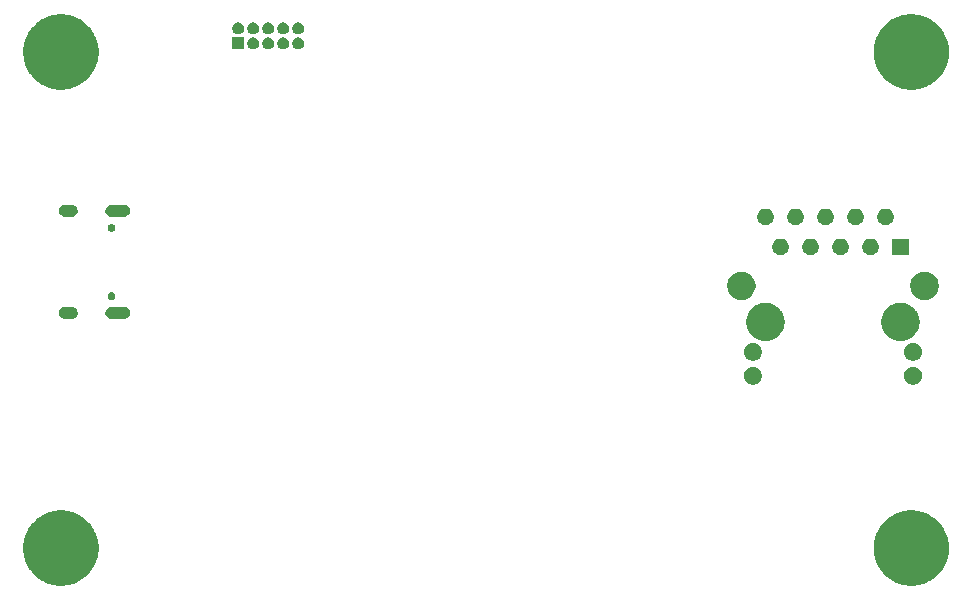
<source format=gbs>
%TF.GenerationSoftware,KiCad,Pcbnew,9.0.4*%
%TF.CreationDate,2025-11-15T14:23:56+05:30*%
%TF.ProjectId,High Speed Ethernet Interface,48696768-2053-4706-9565-642045746865,rev?*%
%TF.SameCoordinates,Original*%
%TF.FileFunction,Soldermask,Bot*%
%TF.FilePolarity,Negative*%
%FSLAX46Y46*%
G04 Gerber Fmt 4.6, Leading zero omitted, Abs format (unit mm)*
G04 Created by KiCad (PCBNEW 9.0.4) date 2025-11-15 14:23:56*
%MOMM*%
%LPD*%
G01*
G04 APERTURE LIST*
G04 APERTURE END LIST*
G36*
X104168378Y-92305034D02*
G01*
X104179425Y-92305034D01*
X104256124Y-92313675D01*
X104469530Y-92334694D01*
X104504633Y-92341676D01*
X104536020Y-92345213D01*
X104628305Y-92366276D01*
X104777518Y-92395957D01*
X104835790Y-92413633D01*
X104885874Y-92425065D01*
X104966648Y-92453329D01*
X105078026Y-92487115D01*
X105158684Y-92520524D01*
X105224587Y-92543585D01*
X105287493Y-92573879D01*
X105368154Y-92607290D01*
X105470799Y-92662155D01*
X105547900Y-92699285D01*
X105591397Y-92726616D01*
X105645091Y-92755316D01*
X105771551Y-92839814D01*
X105851748Y-92890205D01*
X105876458Y-92909911D01*
X105906202Y-92929785D01*
X106071925Y-93065791D01*
X106132309Y-93113945D01*
X106140122Y-93121758D01*
X106148945Y-93128999D01*
X106371000Y-93351054D01*
X106378240Y-93359876D01*
X106386055Y-93367691D01*
X106434215Y-93428081D01*
X106570214Y-93593797D01*
X106590086Y-93623538D01*
X106609795Y-93648252D01*
X106660191Y-93728457D01*
X106744683Y-93854908D01*
X106773380Y-93908597D01*
X106800715Y-93952100D01*
X106837849Y-94029209D01*
X106892709Y-94131845D01*
X106926116Y-94212497D01*
X106956415Y-94275413D01*
X106979478Y-94341324D01*
X107012884Y-94421973D01*
X107046665Y-94533336D01*
X107074935Y-94614126D01*
X107086368Y-94664218D01*
X107104042Y-94722481D01*
X107133717Y-94871666D01*
X107154787Y-94963980D01*
X107158324Y-94995375D01*
X107165305Y-95030469D01*
X107186321Y-95243855D01*
X107194966Y-95320575D01*
X107194966Y-95331622D01*
X107196085Y-95342984D01*
X107196085Y-95657015D01*
X107194966Y-95668376D01*
X107194966Y-95679425D01*
X107186320Y-95756151D01*
X107165305Y-95969530D01*
X107158324Y-96004621D01*
X107154787Y-96036020D01*
X107133715Y-96128340D01*
X107104042Y-96277518D01*
X107086369Y-96335777D01*
X107074935Y-96385874D01*
X107046663Y-96466670D01*
X107012884Y-96578026D01*
X106979480Y-96658669D01*
X106956415Y-96724587D01*
X106926113Y-96787508D01*
X106892709Y-96868154D01*
X106837853Y-96970780D01*
X106800715Y-97047900D01*
X106773377Y-97091407D01*
X106744683Y-97145091D01*
X106660201Y-97271526D01*
X106609795Y-97351748D01*
X106590082Y-97376466D01*
X106570214Y-97406202D01*
X106434243Y-97571882D01*
X106386055Y-97632309D01*
X106378235Y-97640128D01*
X106371000Y-97648945D01*
X106148945Y-97871000D01*
X106140128Y-97878235D01*
X106132309Y-97886055D01*
X106071882Y-97934243D01*
X105906202Y-98070214D01*
X105876466Y-98090082D01*
X105851748Y-98109795D01*
X105771526Y-98160201D01*
X105645091Y-98244683D01*
X105591407Y-98273377D01*
X105547900Y-98300715D01*
X105470780Y-98337853D01*
X105368154Y-98392709D01*
X105287508Y-98426113D01*
X105224587Y-98456415D01*
X105158669Y-98479480D01*
X105078026Y-98512884D01*
X104966670Y-98546663D01*
X104885874Y-98574935D01*
X104835777Y-98586369D01*
X104777518Y-98604042D01*
X104628340Y-98633715D01*
X104536020Y-98654787D01*
X104504621Y-98658324D01*
X104469530Y-98665305D01*
X104256146Y-98686321D01*
X104179425Y-98694966D01*
X104168377Y-98694966D01*
X104157016Y-98696085D01*
X103842984Y-98696085D01*
X103831623Y-98694966D01*
X103820575Y-98694966D01*
X103743855Y-98686321D01*
X103530469Y-98665305D01*
X103495375Y-98658324D01*
X103463980Y-98654787D01*
X103371666Y-98633717D01*
X103222481Y-98604042D01*
X103164218Y-98586368D01*
X103114126Y-98574935D01*
X103033336Y-98546665D01*
X102921973Y-98512884D01*
X102841324Y-98479478D01*
X102775413Y-98456415D01*
X102712497Y-98426116D01*
X102631845Y-98392709D01*
X102529209Y-98337849D01*
X102452100Y-98300715D01*
X102408597Y-98273380D01*
X102354908Y-98244683D01*
X102228457Y-98160191D01*
X102148252Y-98109795D01*
X102123538Y-98090086D01*
X102093797Y-98070214D01*
X101928081Y-97934215D01*
X101867691Y-97886055D01*
X101859876Y-97878240D01*
X101851054Y-97871000D01*
X101628999Y-97648945D01*
X101621758Y-97640122D01*
X101613945Y-97632309D01*
X101565791Y-97571925D01*
X101429785Y-97406202D01*
X101409911Y-97376458D01*
X101390205Y-97351748D01*
X101339814Y-97271551D01*
X101255316Y-97145091D01*
X101226616Y-97091397D01*
X101199285Y-97047900D01*
X101162155Y-96970799D01*
X101107290Y-96868154D01*
X101073879Y-96787493D01*
X101043585Y-96724587D01*
X101020524Y-96658684D01*
X100987115Y-96578026D01*
X100953329Y-96466648D01*
X100925065Y-96385874D01*
X100913633Y-96335790D01*
X100895957Y-96277518D01*
X100866276Y-96128305D01*
X100845213Y-96036020D01*
X100841676Y-96004633D01*
X100834694Y-95969530D01*
X100813676Y-95756128D01*
X100805034Y-95679425D01*
X100805034Y-95668376D01*
X100803915Y-95657015D01*
X100803915Y-95342984D01*
X100805034Y-95331622D01*
X100805034Y-95320575D01*
X100813675Y-95243878D01*
X100834694Y-95030469D01*
X100841676Y-94995364D01*
X100845213Y-94963980D01*
X100866275Y-94871700D01*
X100895957Y-94722481D01*
X100913634Y-94664205D01*
X100925065Y-94614126D01*
X100953326Y-94533357D01*
X100987115Y-94421973D01*
X101020527Y-94341308D01*
X101043585Y-94275413D01*
X101073876Y-94212512D01*
X101107290Y-94131845D01*
X101162160Y-94029190D01*
X101199285Y-93952100D01*
X101226612Y-93908608D01*
X101255316Y-93854908D01*
X101339824Y-93728432D01*
X101390205Y-93648252D01*
X101409907Y-93623546D01*
X101429785Y-93593797D01*
X101565819Y-93428038D01*
X101613945Y-93367691D01*
X101621754Y-93359881D01*
X101628999Y-93351054D01*
X101851054Y-93128999D01*
X101859881Y-93121754D01*
X101867691Y-93113945D01*
X101928038Y-93065819D01*
X102093797Y-92929785D01*
X102123546Y-92909907D01*
X102148252Y-92890205D01*
X102228432Y-92839824D01*
X102354908Y-92755316D01*
X102408608Y-92726612D01*
X102452100Y-92699285D01*
X102529190Y-92662160D01*
X102631845Y-92607290D01*
X102712512Y-92573876D01*
X102775413Y-92543585D01*
X102841308Y-92520527D01*
X102921973Y-92487115D01*
X103033357Y-92453326D01*
X103114126Y-92425065D01*
X103164205Y-92413634D01*
X103222481Y-92395957D01*
X103371700Y-92366275D01*
X103463980Y-92345213D01*
X103495364Y-92341676D01*
X103530469Y-92334694D01*
X103743878Y-92313675D01*
X103820575Y-92305034D01*
X103831622Y-92305034D01*
X103842984Y-92303915D01*
X104157016Y-92303915D01*
X104168378Y-92305034D01*
G37*
G36*
X176168378Y-92305034D02*
G01*
X176179425Y-92305034D01*
X176256124Y-92313675D01*
X176469530Y-92334694D01*
X176504633Y-92341676D01*
X176536020Y-92345213D01*
X176628305Y-92366276D01*
X176777518Y-92395957D01*
X176835790Y-92413633D01*
X176885874Y-92425065D01*
X176966648Y-92453329D01*
X177078026Y-92487115D01*
X177158684Y-92520524D01*
X177224587Y-92543585D01*
X177287493Y-92573879D01*
X177368154Y-92607290D01*
X177470799Y-92662155D01*
X177547900Y-92699285D01*
X177591397Y-92726616D01*
X177645091Y-92755316D01*
X177771551Y-92839814D01*
X177851748Y-92890205D01*
X177876458Y-92909911D01*
X177906202Y-92929785D01*
X178071925Y-93065791D01*
X178132309Y-93113945D01*
X178140122Y-93121758D01*
X178148945Y-93128999D01*
X178371000Y-93351054D01*
X178378240Y-93359876D01*
X178386055Y-93367691D01*
X178434215Y-93428081D01*
X178570214Y-93593797D01*
X178590086Y-93623538D01*
X178609795Y-93648252D01*
X178660191Y-93728457D01*
X178744683Y-93854908D01*
X178773380Y-93908597D01*
X178800715Y-93952100D01*
X178837849Y-94029209D01*
X178892709Y-94131845D01*
X178926116Y-94212497D01*
X178956415Y-94275413D01*
X178979478Y-94341324D01*
X179012884Y-94421973D01*
X179046665Y-94533336D01*
X179074935Y-94614126D01*
X179086368Y-94664218D01*
X179104042Y-94722481D01*
X179133717Y-94871666D01*
X179154787Y-94963980D01*
X179158324Y-94995375D01*
X179165305Y-95030469D01*
X179186321Y-95243855D01*
X179194966Y-95320575D01*
X179194966Y-95331622D01*
X179196085Y-95342984D01*
X179196085Y-95657015D01*
X179194966Y-95668376D01*
X179194966Y-95679425D01*
X179186320Y-95756151D01*
X179165305Y-95969530D01*
X179158324Y-96004621D01*
X179154787Y-96036020D01*
X179133715Y-96128340D01*
X179104042Y-96277518D01*
X179086369Y-96335777D01*
X179074935Y-96385874D01*
X179046663Y-96466670D01*
X179012884Y-96578026D01*
X178979480Y-96658669D01*
X178956415Y-96724587D01*
X178926113Y-96787508D01*
X178892709Y-96868154D01*
X178837853Y-96970780D01*
X178800715Y-97047900D01*
X178773377Y-97091407D01*
X178744683Y-97145091D01*
X178660201Y-97271526D01*
X178609795Y-97351748D01*
X178590082Y-97376466D01*
X178570214Y-97406202D01*
X178434243Y-97571882D01*
X178386055Y-97632309D01*
X178378235Y-97640128D01*
X178371000Y-97648945D01*
X178148945Y-97871000D01*
X178140128Y-97878235D01*
X178132309Y-97886055D01*
X178071882Y-97934243D01*
X177906202Y-98070214D01*
X177876466Y-98090082D01*
X177851748Y-98109795D01*
X177771526Y-98160201D01*
X177645091Y-98244683D01*
X177591407Y-98273377D01*
X177547900Y-98300715D01*
X177470780Y-98337853D01*
X177368154Y-98392709D01*
X177287508Y-98426113D01*
X177224587Y-98456415D01*
X177158669Y-98479480D01*
X177078026Y-98512884D01*
X176966670Y-98546663D01*
X176885874Y-98574935D01*
X176835777Y-98586369D01*
X176777518Y-98604042D01*
X176628340Y-98633715D01*
X176536020Y-98654787D01*
X176504621Y-98658324D01*
X176469530Y-98665305D01*
X176256146Y-98686321D01*
X176179425Y-98694966D01*
X176168377Y-98694966D01*
X176157016Y-98696085D01*
X175842984Y-98696085D01*
X175831623Y-98694966D01*
X175820575Y-98694966D01*
X175743855Y-98686321D01*
X175530469Y-98665305D01*
X175495375Y-98658324D01*
X175463980Y-98654787D01*
X175371666Y-98633717D01*
X175222481Y-98604042D01*
X175164218Y-98586368D01*
X175114126Y-98574935D01*
X175033336Y-98546665D01*
X174921973Y-98512884D01*
X174841324Y-98479478D01*
X174775413Y-98456415D01*
X174712497Y-98426116D01*
X174631845Y-98392709D01*
X174529209Y-98337849D01*
X174452100Y-98300715D01*
X174408597Y-98273380D01*
X174354908Y-98244683D01*
X174228457Y-98160191D01*
X174148252Y-98109795D01*
X174123538Y-98090086D01*
X174093797Y-98070214D01*
X173928081Y-97934215D01*
X173867691Y-97886055D01*
X173859876Y-97878240D01*
X173851054Y-97871000D01*
X173628999Y-97648945D01*
X173621758Y-97640122D01*
X173613945Y-97632309D01*
X173565791Y-97571925D01*
X173429785Y-97406202D01*
X173409911Y-97376458D01*
X173390205Y-97351748D01*
X173339814Y-97271551D01*
X173255316Y-97145091D01*
X173226616Y-97091397D01*
X173199285Y-97047900D01*
X173162155Y-96970799D01*
X173107290Y-96868154D01*
X173073879Y-96787493D01*
X173043585Y-96724587D01*
X173020524Y-96658684D01*
X172987115Y-96578026D01*
X172953329Y-96466648D01*
X172925065Y-96385874D01*
X172913633Y-96335790D01*
X172895957Y-96277518D01*
X172866276Y-96128305D01*
X172845213Y-96036020D01*
X172841676Y-96004633D01*
X172834694Y-95969530D01*
X172813676Y-95756128D01*
X172805034Y-95679425D01*
X172805034Y-95668376D01*
X172803915Y-95657015D01*
X172803915Y-95342984D01*
X172805034Y-95331622D01*
X172805034Y-95320575D01*
X172813675Y-95243878D01*
X172834694Y-95030469D01*
X172841676Y-94995364D01*
X172845213Y-94963980D01*
X172866275Y-94871700D01*
X172895957Y-94722481D01*
X172913634Y-94664205D01*
X172925065Y-94614126D01*
X172953326Y-94533357D01*
X172987115Y-94421973D01*
X173020527Y-94341308D01*
X173043585Y-94275413D01*
X173073876Y-94212512D01*
X173107290Y-94131845D01*
X173162160Y-94029190D01*
X173199285Y-93952100D01*
X173226612Y-93908608D01*
X173255316Y-93854908D01*
X173339824Y-93728432D01*
X173390205Y-93648252D01*
X173409907Y-93623546D01*
X173429785Y-93593797D01*
X173565819Y-93428038D01*
X173613945Y-93367691D01*
X173621754Y-93359881D01*
X173628999Y-93351054D01*
X173851054Y-93128999D01*
X173859881Y-93121754D01*
X173867691Y-93113945D01*
X173928038Y-93065819D01*
X174093797Y-92929785D01*
X174123546Y-92909907D01*
X174148252Y-92890205D01*
X174228432Y-92839824D01*
X174354908Y-92755316D01*
X174408608Y-92726612D01*
X174452100Y-92699285D01*
X174529190Y-92662160D01*
X174631845Y-92607290D01*
X174712512Y-92573876D01*
X174775413Y-92543585D01*
X174841308Y-92520527D01*
X174921973Y-92487115D01*
X175033357Y-92453326D01*
X175114126Y-92425065D01*
X175164205Y-92413634D01*
X175222481Y-92395957D01*
X175371700Y-92366275D01*
X175463980Y-92345213D01*
X175495364Y-92341676D01*
X175530469Y-92334694D01*
X175743878Y-92313675D01*
X175820575Y-92305034D01*
X175831622Y-92305034D01*
X175842984Y-92303915D01*
X176157016Y-92303915D01*
X176168378Y-92305034D01*
G37*
G36*
X162802068Y-80187941D02*
G01*
X162940619Y-80245330D01*
X163065311Y-80328647D01*
X163171353Y-80434689D01*
X163254670Y-80559381D01*
X163312059Y-80697932D01*
X163341316Y-80845017D01*
X163341316Y-80994983D01*
X163312059Y-81142068D01*
X163254670Y-81280619D01*
X163171353Y-81405311D01*
X163065311Y-81511353D01*
X162940619Y-81594670D01*
X162802068Y-81652059D01*
X162654983Y-81681316D01*
X162505017Y-81681316D01*
X162357932Y-81652059D01*
X162219381Y-81594670D01*
X162094689Y-81511353D01*
X161988647Y-81405311D01*
X161905330Y-81280619D01*
X161847941Y-81142068D01*
X161818684Y-80994983D01*
X161818684Y-80845017D01*
X161847941Y-80697932D01*
X161905330Y-80559381D01*
X161988647Y-80434689D01*
X162094689Y-80328647D01*
X162219381Y-80245330D01*
X162357932Y-80187941D01*
X162505017Y-80158684D01*
X162654983Y-80158684D01*
X162802068Y-80187941D01*
G37*
G36*
X176372068Y-80187941D02*
G01*
X176510619Y-80245330D01*
X176635311Y-80328647D01*
X176741353Y-80434689D01*
X176824670Y-80559381D01*
X176882059Y-80697932D01*
X176911316Y-80845017D01*
X176911316Y-80994983D01*
X176882059Y-81142068D01*
X176824670Y-81280619D01*
X176741353Y-81405311D01*
X176635311Y-81511353D01*
X176510619Y-81594670D01*
X176372068Y-81652059D01*
X176224983Y-81681316D01*
X176075017Y-81681316D01*
X175927932Y-81652059D01*
X175789381Y-81594670D01*
X175664689Y-81511353D01*
X175558647Y-81405311D01*
X175475330Y-81280619D01*
X175417941Y-81142068D01*
X175388684Y-80994983D01*
X175388684Y-80845017D01*
X175417941Y-80697932D01*
X175475330Y-80559381D01*
X175558647Y-80434689D01*
X175664689Y-80328647D01*
X175789381Y-80245330D01*
X175927932Y-80187941D01*
X176075017Y-80158684D01*
X176224983Y-80158684D01*
X176372068Y-80187941D01*
G37*
G36*
X162802068Y-78157941D02*
G01*
X162940619Y-78215330D01*
X163065311Y-78298647D01*
X163171353Y-78404689D01*
X163254670Y-78529381D01*
X163312059Y-78667932D01*
X163341316Y-78815017D01*
X163341316Y-78964983D01*
X163312059Y-79112068D01*
X163254670Y-79250619D01*
X163171353Y-79375311D01*
X163065311Y-79481353D01*
X162940619Y-79564670D01*
X162802068Y-79622059D01*
X162654983Y-79651316D01*
X162505017Y-79651316D01*
X162357932Y-79622059D01*
X162219381Y-79564670D01*
X162094689Y-79481353D01*
X161988647Y-79375311D01*
X161905330Y-79250619D01*
X161847941Y-79112068D01*
X161818684Y-78964983D01*
X161818684Y-78815017D01*
X161847941Y-78667932D01*
X161905330Y-78529381D01*
X161988647Y-78404689D01*
X162094689Y-78298647D01*
X162219381Y-78215330D01*
X162357932Y-78157941D01*
X162505017Y-78128684D01*
X162654983Y-78128684D01*
X162802068Y-78157941D01*
G37*
G36*
X176372068Y-78157941D02*
G01*
X176510619Y-78215330D01*
X176635311Y-78298647D01*
X176741353Y-78404689D01*
X176824670Y-78529381D01*
X176882059Y-78667932D01*
X176911316Y-78815017D01*
X176911316Y-78964983D01*
X176882059Y-79112068D01*
X176824670Y-79250619D01*
X176741353Y-79375311D01*
X176635311Y-79481353D01*
X176510619Y-79564670D01*
X176372068Y-79622059D01*
X176224983Y-79651316D01*
X176075017Y-79651316D01*
X175927932Y-79622059D01*
X175789381Y-79564670D01*
X175664689Y-79481353D01*
X175558647Y-79375311D01*
X175475330Y-79250619D01*
X175417941Y-79112068D01*
X175388684Y-78964983D01*
X175388684Y-78815017D01*
X175417941Y-78667932D01*
X175475330Y-78529381D01*
X175558647Y-78404689D01*
X175664689Y-78298647D01*
X175789381Y-78215330D01*
X175927932Y-78157941D01*
X176075017Y-78128684D01*
X176224983Y-78128684D01*
X176372068Y-78157941D01*
G37*
G36*
X163767084Y-74730009D02*
G01*
X163777496Y-74730009D01*
X163828779Y-74738131D01*
X163967000Y-74756329D01*
X164000724Y-74765365D01*
X164029349Y-74769899D01*
X164084393Y-74787784D01*
X164172303Y-74811339D01*
X164228395Y-74834573D01*
X164271861Y-74848696D01*
X164312579Y-74869443D01*
X164368676Y-74892679D01*
X164447513Y-74938195D01*
X164499060Y-74964460D01*
X164522492Y-74981484D01*
X164552740Y-74998948D01*
X164663364Y-75083834D01*
X164705353Y-75114340D01*
X164712714Y-75121701D01*
X164721362Y-75128337D01*
X164871662Y-75278637D01*
X164878297Y-75287284D01*
X164885660Y-75294647D01*
X164916170Y-75336640D01*
X165001051Y-75447259D01*
X165018513Y-75477504D01*
X165035540Y-75500940D01*
X165061807Y-75552492D01*
X165107320Y-75631323D01*
X165130553Y-75687414D01*
X165151304Y-75728139D01*
X165165428Y-75771610D01*
X165188660Y-75827696D01*
X165212211Y-75915593D01*
X165230101Y-75970651D01*
X165234635Y-75999282D01*
X165243670Y-76032999D01*
X165261866Y-76171209D01*
X165269991Y-76222504D01*
X165269991Y-76232916D01*
X165271414Y-76243725D01*
X165271414Y-76456274D01*
X165269991Y-76467082D01*
X165269991Y-76477496D01*
X165261865Y-76528795D01*
X165243670Y-76667000D01*
X165234636Y-76700714D01*
X165230101Y-76729349D01*
X165212210Y-76784410D01*
X165188660Y-76872303D01*
X165165430Y-76928384D01*
X165151304Y-76971861D01*
X165130551Y-77012590D01*
X165107320Y-77068676D01*
X165061811Y-77147498D01*
X165035540Y-77199060D01*
X165018510Y-77222499D01*
X165001051Y-77252740D01*
X164916183Y-77363340D01*
X164885660Y-77405353D01*
X164878294Y-77412718D01*
X164871662Y-77421362D01*
X164721362Y-77571662D01*
X164712718Y-77578294D01*
X164705353Y-77585660D01*
X164663340Y-77616183D01*
X164552740Y-77701051D01*
X164522499Y-77718510D01*
X164499060Y-77735540D01*
X164447498Y-77761811D01*
X164368676Y-77807320D01*
X164312590Y-77830551D01*
X164271861Y-77851304D01*
X164228384Y-77865430D01*
X164172303Y-77888660D01*
X164084410Y-77912210D01*
X164029349Y-77930101D01*
X164000714Y-77934636D01*
X163967000Y-77943670D01*
X163828791Y-77961866D01*
X163777496Y-77969991D01*
X163767083Y-77969991D01*
X163756275Y-77971414D01*
X163543725Y-77971414D01*
X163532917Y-77969991D01*
X163522504Y-77969991D01*
X163471209Y-77961866D01*
X163332999Y-77943670D01*
X163299282Y-77934635D01*
X163270651Y-77930101D01*
X163215593Y-77912211D01*
X163127696Y-77888660D01*
X163071610Y-77865428D01*
X163028139Y-77851304D01*
X162987414Y-77830553D01*
X162931323Y-77807320D01*
X162852492Y-77761807D01*
X162800940Y-77735540D01*
X162777504Y-77718513D01*
X162747259Y-77701051D01*
X162636640Y-77616170D01*
X162594647Y-77585660D01*
X162587284Y-77578297D01*
X162578637Y-77571662D01*
X162428337Y-77421362D01*
X162421701Y-77412714D01*
X162414340Y-77405353D01*
X162383834Y-77363364D01*
X162298948Y-77252740D01*
X162281484Y-77222492D01*
X162264460Y-77199060D01*
X162238195Y-77147513D01*
X162192679Y-77068676D01*
X162169443Y-77012579D01*
X162148696Y-76971861D01*
X162134573Y-76928395D01*
X162111339Y-76872303D01*
X162087784Y-76784393D01*
X162069899Y-76729349D01*
X162065365Y-76700724D01*
X162056329Y-76667000D01*
X162038132Y-76528782D01*
X162030009Y-76477496D01*
X162030009Y-76467082D01*
X162028586Y-76456274D01*
X162028586Y-76243725D01*
X162030009Y-76232916D01*
X162030009Y-76222504D01*
X162038131Y-76171222D01*
X162056329Y-76032999D01*
X162065365Y-75999273D01*
X162069899Y-75970651D01*
X162087782Y-75915611D01*
X162111339Y-75827696D01*
X162134574Y-75771599D01*
X162148696Y-75728139D01*
X162169440Y-75687424D01*
X162192679Y-75631323D01*
X162238199Y-75552478D01*
X162264460Y-75500940D01*
X162281481Y-75477511D01*
X162298948Y-75447259D01*
X162383847Y-75336616D01*
X162414340Y-75294647D01*
X162421698Y-75287288D01*
X162428337Y-75278637D01*
X162578637Y-75128337D01*
X162587288Y-75121698D01*
X162594647Y-75114340D01*
X162636616Y-75083847D01*
X162747259Y-74998948D01*
X162777511Y-74981481D01*
X162800940Y-74964460D01*
X162852478Y-74938199D01*
X162931323Y-74892679D01*
X162987424Y-74869440D01*
X163028139Y-74848696D01*
X163071599Y-74834574D01*
X163127696Y-74811339D01*
X163215611Y-74787782D01*
X163270651Y-74769899D01*
X163299273Y-74765365D01*
X163332999Y-74756329D01*
X163471222Y-74738131D01*
X163522504Y-74730009D01*
X163532916Y-74730009D01*
X163543725Y-74728586D01*
X163756275Y-74728586D01*
X163767084Y-74730009D01*
G37*
G36*
X175197084Y-74730009D02*
G01*
X175207496Y-74730009D01*
X175258779Y-74738131D01*
X175397000Y-74756329D01*
X175430724Y-74765365D01*
X175459349Y-74769899D01*
X175514393Y-74787784D01*
X175602303Y-74811339D01*
X175658395Y-74834573D01*
X175701861Y-74848696D01*
X175742579Y-74869443D01*
X175798676Y-74892679D01*
X175877513Y-74938195D01*
X175929060Y-74964460D01*
X175952492Y-74981484D01*
X175982740Y-74998948D01*
X176093364Y-75083834D01*
X176135353Y-75114340D01*
X176142714Y-75121701D01*
X176151362Y-75128337D01*
X176301662Y-75278637D01*
X176308297Y-75287284D01*
X176315660Y-75294647D01*
X176346170Y-75336640D01*
X176431051Y-75447259D01*
X176448513Y-75477504D01*
X176465540Y-75500940D01*
X176491807Y-75552492D01*
X176537320Y-75631323D01*
X176560553Y-75687414D01*
X176581304Y-75728139D01*
X176595428Y-75771610D01*
X176618660Y-75827696D01*
X176642211Y-75915593D01*
X176660101Y-75970651D01*
X176664635Y-75999282D01*
X176673670Y-76032999D01*
X176691866Y-76171209D01*
X176699991Y-76222504D01*
X176699991Y-76232916D01*
X176701414Y-76243725D01*
X176701414Y-76456274D01*
X176699991Y-76467082D01*
X176699991Y-76477496D01*
X176691865Y-76528795D01*
X176673670Y-76667000D01*
X176664636Y-76700714D01*
X176660101Y-76729349D01*
X176642210Y-76784410D01*
X176618660Y-76872303D01*
X176595430Y-76928384D01*
X176581304Y-76971861D01*
X176560551Y-77012590D01*
X176537320Y-77068676D01*
X176491811Y-77147498D01*
X176465540Y-77199060D01*
X176448510Y-77222499D01*
X176431051Y-77252740D01*
X176346183Y-77363340D01*
X176315660Y-77405353D01*
X176308294Y-77412718D01*
X176301662Y-77421362D01*
X176151362Y-77571662D01*
X176142718Y-77578294D01*
X176135353Y-77585660D01*
X176093340Y-77616183D01*
X175982740Y-77701051D01*
X175952499Y-77718510D01*
X175929060Y-77735540D01*
X175877498Y-77761811D01*
X175798676Y-77807320D01*
X175742590Y-77830551D01*
X175701861Y-77851304D01*
X175658384Y-77865430D01*
X175602303Y-77888660D01*
X175514410Y-77912210D01*
X175459349Y-77930101D01*
X175430714Y-77934636D01*
X175397000Y-77943670D01*
X175258791Y-77961866D01*
X175207496Y-77969991D01*
X175197083Y-77969991D01*
X175186275Y-77971414D01*
X174973725Y-77971414D01*
X174962917Y-77969991D01*
X174952504Y-77969991D01*
X174901209Y-77961866D01*
X174762999Y-77943670D01*
X174729282Y-77934635D01*
X174700651Y-77930101D01*
X174645593Y-77912211D01*
X174557696Y-77888660D01*
X174501610Y-77865428D01*
X174458139Y-77851304D01*
X174417414Y-77830553D01*
X174361323Y-77807320D01*
X174282492Y-77761807D01*
X174230940Y-77735540D01*
X174207504Y-77718513D01*
X174177259Y-77701051D01*
X174066640Y-77616170D01*
X174024647Y-77585660D01*
X174017284Y-77578297D01*
X174008637Y-77571662D01*
X173858337Y-77421362D01*
X173851701Y-77412714D01*
X173844340Y-77405353D01*
X173813834Y-77363364D01*
X173728948Y-77252740D01*
X173711484Y-77222492D01*
X173694460Y-77199060D01*
X173668195Y-77147513D01*
X173622679Y-77068676D01*
X173599443Y-77012579D01*
X173578696Y-76971861D01*
X173564573Y-76928395D01*
X173541339Y-76872303D01*
X173517784Y-76784393D01*
X173499899Y-76729349D01*
X173495365Y-76700724D01*
X173486329Y-76667000D01*
X173468132Y-76528782D01*
X173460009Y-76477496D01*
X173460009Y-76467082D01*
X173458586Y-76456274D01*
X173458586Y-76243725D01*
X173460009Y-76232916D01*
X173460009Y-76222504D01*
X173468131Y-76171222D01*
X173486329Y-76032999D01*
X173495365Y-75999273D01*
X173499899Y-75970651D01*
X173517782Y-75915611D01*
X173541339Y-75827696D01*
X173564574Y-75771599D01*
X173578696Y-75728139D01*
X173599440Y-75687424D01*
X173622679Y-75631323D01*
X173668199Y-75552478D01*
X173694460Y-75500940D01*
X173711481Y-75477511D01*
X173728948Y-75447259D01*
X173813847Y-75336616D01*
X173844340Y-75294647D01*
X173851698Y-75287288D01*
X173858337Y-75278637D01*
X174008637Y-75128337D01*
X174017288Y-75121698D01*
X174024647Y-75114340D01*
X174066616Y-75083847D01*
X174177259Y-74998948D01*
X174207511Y-74981481D01*
X174230940Y-74964460D01*
X174282478Y-74938199D01*
X174361323Y-74892679D01*
X174417424Y-74869440D01*
X174458139Y-74848696D01*
X174501599Y-74834574D01*
X174557696Y-74811339D01*
X174645611Y-74787782D01*
X174700651Y-74769899D01*
X174729273Y-74765365D01*
X174762999Y-74756329D01*
X174901222Y-74738131D01*
X174952504Y-74730009D01*
X174962916Y-74730009D01*
X174973725Y-74728586D01*
X175186275Y-74728586D01*
X175197084Y-74730009D01*
G37*
G36*
X104995263Y-75099278D02*
G01*
X105121342Y-75133060D01*
X105234381Y-75198323D01*
X105326677Y-75290619D01*
X105391940Y-75403658D01*
X105425722Y-75529737D01*
X105425722Y-75660263D01*
X105391940Y-75786342D01*
X105326677Y-75899381D01*
X105234381Y-75991677D01*
X105121342Y-76056940D01*
X104995263Y-76090722D01*
X104930000Y-76095000D01*
X104928363Y-76095000D01*
X104331637Y-76095000D01*
X104330000Y-76095000D01*
X104264737Y-76090722D01*
X104138658Y-76056940D01*
X104025619Y-75991677D01*
X103933323Y-75899381D01*
X103868060Y-75786342D01*
X103834278Y-75660263D01*
X103834278Y-75529737D01*
X103868060Y-75403658D01*
X103933323Y-75290619D01*
X104025619Y-75198323D01*
X104138658Y-75133060D01*
X104264737Y-75099278D01*
X104330000Y-75095000D01*
X104930000Y-75095000D01*
X104995263Y-75099278D01*
G37*
G36*
X109425263Y-75099278D02*
G01*
X109551342Y-75133060D01*
X109664381Y-75198323D01*
X109756677Y-75290619D01*
X109821940Y-75403658D01*
X109855722Y-75529737D01*
X109855722Y-75660263D01*
X109821940Y-75786342D01*
X109756677Y-75899381D01*
X109664381Y-75991677D01*
X109551342Y-76056940D01*
X109425263Y-76090722D01*
X109360000Y-76095000D01*
X109358363Y-76095000D01*
X108261637Y-76095000D01*
X108260000Y-76095000D01*
X108194737Y-76090722D01*
X108068658Y-76056940D01*
X107955619Y-75991677D01*
X107863323Y-75899381D01*
X107798060Y-75786342D01*
X107764278Y-75660263D01*
X107764278Y-75529737D01*
X107798060Y-75403658D01*
X107863323Y-75290619D01*
X107955619Y-75198323D01*
X108068658Y-75133060D01*
X108194737Y-75099278D01*
X108260000Y-75095000D01*
X109360000Y-75095000D01*
X109425263Y-75099278D01*
G37*
G36*
X161895134Y-72133156D02*
G01*
X162074220Y-72191345D01*
X162241998Y-72276832D01*
X162394338Y-72387513D01*
X162527487Y-72520662D01*
X162638168Y-72673002D01*
X162723655Y-72840780D01*
X162781844Y-73019866D01*
X162811301Y-73205849D01*
X162811301Y-73394151D01*
X162781844Y-73580134D01*
X162723655Y-73759220D01*
X162638168Y-73926998D01*
X162527487Y-74079338D01*
X162394338Y-74212487D01*
X162241998Y-74323168D01*
X162074220Y-74408655D01*
X161895134Y-74466844D01*
X161709151Y-74496301D01*
X161520849Y-74496301D01*
X161334866Y-74466844D01*
X161155780Y-74408655D01*
X160988002Y-74323168D01*
X160835662Y-74212487D01*
X160702513Y-74079338D01*
X160591832Y-73926998D01*
X160506345Y-73759220D01*
X160448156Y-73580134D01*
X160418699Y-73394151D01*
X160418699Y-73205849D01*
X160448156Y-73019866D01*
X160506345Y-72840780D01*
X160591832Y-72673002D01*
X160702513Y-72520662D01*
X160835662Y-72387513D01*
X160988002Y-72276832D01*
X161155780Y-72191345D01*
X161334866Y-72133156D01*
X161520849Y-72103699D01*
X161709151Y-72103699D01*
X161895134Y-72133156D01*
G37*
G36*
X177395134Y-72133156D02*
G01*
X177574220Y-72191345D01*
X177741998Y-72276832D01*
X177894338Y-72387513D01*
X178027487Y-72520662D01*
X178138168Y-72673002D01*
X178223655Y-72840780D01*
X178281844Y-73019866D01*
X178311301Y-73205849D01*
X178311301Y-73394151D01*
X178281844Y-73580134D01*
X178223655Y-73759220D01*
X178138168Y-73926998D01*
X178027487Y-74079338D01*
X177894338Y-74212487D01*
X177741998Y-74323168D01*
X177574220Y-74408655D01*
X177395134Y-74466844D01*
X177209151Y-74496301D01*
X177020849Y-74496301D01*
X176834866Y-74466844D01*
X176655780Y-74408655D01*
X176488002Y-74323168D01*
X176335662Y-74212487D01*
X176202513Y-74079338D01*
X176091832Y-73926998D01*
X176006345Y-73759220D01*
X175948156Y-73580134D01*
X175918699Y-73394151D01*
X175918699Y-73205849D01*
X175948156Y-73019866D01*
X176006345Y-72840780D01*
X176091832Y-72673002D01*
X176202513Y-72520662D01*
X176335662Y-72387513D01*
X176488002Y-72276832D01*
X176655780Y-72191345D01*
X176834866Y-72133156D01*
X177020849Y-72103699D01*
X177209151Y-72103699D01*
X177395134Y-72133156D01*
G37*
G36*
X108404372Y-73864739D02*
G01*
X108477847Y-73907160D01*
X108537840Y-73967153D01*
X108580261Y-74040628D01*
X108602220Y-74122579D01*
X108602220Y-74207421D01*
X108580261Y-74289372D01*
X108537840Y-74362847D01*
X108477847Y-74422840D01*
X108404372Y-74465261D01*
X108322421Y-74487220D01*
X108237579Y-74487220D01*
X108155628Y-74465261D01*
X108082153Y-74422840D01*
X108022160Y-74362847D01*
X107979739Y-74289372D01*
X107957780Y-74207421D01*
X107957780Y-74122579D01*
X107979739Y-74040628D01*
X108022160Y-73967153D01*
X108082153Y-73907160D01*
X108155628Y-73864739D01*
X108237579Y-73842780D01*
X108322421Y-73842780D01*
X108404372Y-73864739D01*
G37*
G36*
X175780000Y-70700000D02*
G01*
X174380000Y-70700000D01*
X174380000Y-69300000D01*
X175780000Y-69300000D01*
X175780000Y-70700000D01*
G37*
G36*
X165123199Y-69330142D02*
G01*
X165249978Y-69382655D01*
X165364075Y-69458893D01*
X165461107Y-69555925D01*
X165537345Y-69670022D01*
X165589858Y-69796801D01*
X165616629Y-69931388D01*
X165616629Y-70068612D01*
X165589858Y-70203199D01*
X165537345Y-70329978D01*
X165461107Y-70444075D01*
X165364075Y-70541107D01*
X165249978Y-70617345D01*
X165123199Y-70669858D01*
X164988612Y-70696629D01*
X164851388Y-70696629D01*
X164716801Y-70669858D01*
X164590022Y-70617345D01*
X164475925Y-70541107D01*
X164378893Y-70444075D01*
X164302655Y-70329978D01*
X164250142Y-70203199D01*
X164223371Y-70068612D01*
X164223371Y-69931388D01*
X164250142Y-69796801D01*
X164302655Y-69670022D01*
X164378893Y-69555925D01*
X164475925Y-69458893D01*
X164590022Y-69382655D01*
X164716801Y-69330142D01*
X164851388Y-69303371D01*
X164988612Y-69303371D01*
X165123199Y-69330142D01*
G37*
G36*
X167663199Y-69330142D02*
G01*
X167789978Y-69382655D01*
X167904075Y-69458893D01*
X168001107Y-69555925D01*
X168077345Y-69670022D01*
X168129858Y-69796801D01*
X168156629Y-69931388D01*
X168156629Y-70068612D01*
X168129858Y-70203199D01*
X168077345Y-70329978D01*
X168001107Y-70444075D01*
X167904075Y-70541107D01*
X167789978Y-70617345D01*
X167663199Y-70669858D01*
X167528612Y-70696629D01*
X167391388Y-70696629D01*
X167256801Y-70669858D01*
X167130022Y-70617345D01*
X167015925Y-70541107D01*
X166918893Y-70444075D01*
X166842655Y-70329978D01*
X166790142Y-70203199D01*
X166763371Y-70068612D01*
X166763371Y-69931388D01*
X166790142Y-69796801D01*
X166842655Y-69670022D01*
X166918893Y-69555925D01*
X167015925Y-69458893D01*
X167130022Y-69382655D01*
X167256801Y-69330142D01*
X167391388Y-69303371D01*
X167528612Y-69303371D01*
X167663199Y-69330142D01*
G37*
G36*
X170203199Y-69330142D02*
G01*
X170329978Y-69382655D01*
X170444075Y-69458893D01*
X170541107Y-69555925D01*
X170617345Y-69670022D01*
X170669858Y-69796801D01*
X170696629Y-69931388D01*
X170696629Y-70068612D01*
X170669858Y-70203199D01*
X170617345Y-70329978D01*
X170541107Y-70444075D01*
X170444075Y-70541107D01*
X170329978Y-70617345D01*
X170203199Y-70669858D01*
X170068612Y-70696629D01*
X169931388Y-70696629D01*
X169796801Y-70669858D01*
X169670022Y-70617345D01*
X169555925Y-70541107D01*
X169458893Y-70444075D01*
X169382655Y-70329978D01*
X169330142Y-70203199D01*
X169303371Y-70068612D01*
X169303371Y-69931388D01*
X169330142Y-69796801D01*
X169382655Y-69670022D01*
X169458893Y-69555925D01*
X169555925Y-69458893D01*
X169670022Y-69382655D01*
X169796801Y-69330142D01*
X169931388Y-69303371D01*
X170068612Y-69303371D01*
X170203199Y-69330142D01*
G37*
G36*
X172743199Y-69330142D02*
G01*
X172869978Y-69382655D01*
X172984075Y-69458893D01*
X173081107Y-69555925D01*
X173157345Y-69670022D01*
X173209858Y-69796801D01*
X173236629Y-69931388D01*
X173236629Y-70068612D01*
X173209858Y-70203199D01*
X173157345Y-70329978D01*
X173081107Y-70444075D01*
X172984075Y-70541107D01*
X172869978Y-70617345D01*
X172743199Y-70669858D01*
X172608612Y-70696629D01*
X172471388Y-70696629D01*
X172336801Y-70669858D01*
X172210022Y-70617345D01*
X172095925Y-70541107D01*
X171998893Y-70444075D01*
X171922655Y-70329978D01*
X171870142Y-70203199D01*
X171843371Y-70068612D01*
X171843371Y-69931388D01*
X171870142Y-69796801D01*
X171922655Y-69670022D01*
X171998893Y-69555925D01*
X172095925Y-69458893D01*
X172210022Y-69382655D01*
X172336801Y-69330142D01*
X172471388Y-69303371D01*
X172608612Y-69303371D01*
X172743199Y-69330142D01*
G37*
G36*
X108404372Y-68084739D02*
G01*
X108477847Y-68127160D01*
X108537840Y-68187153D01*
X108580261Y-68260628D01*
X108602220Y-68342579D01*
X108602220Y-68427421D01*
X108580261Y-68509372D01*
X108537840Y-68582847D01*
X108477847Y-68642840D01*
X108404372Y-68685261D01*
X108322421Y-68707220D01*
X108237579Y-68707220D01*
X108155628Y-68685261D01*
X108082153Y-68642840D01*
X108022160Y-68582847D01*
X107979739Y-68509372D01*
X107957780Y-68427421D01*
X107957780Y-68342579D01*
X107979739Y-68260628D01*
X108022160Y-68187153D01*
X108082153Y-68127160D01*
X108155628Y-68084739D01*
X108237579Y-68062780D01*
X108322421Y-68062780D01*
X108404372Y-68084739D01*
G37*
G36*
X163853199Y-66790142D02*
G01*
X163979978Y-66842655D01*
X164094075Y-66918893D01*
X164191107Y-67015925D01*
X164267345Y-67130022D01*
X164319858Y-67256801D01*
X164346629Y-67391388D01*
X164346629Y-67528612D01*
X164319858Y-67663199D01*
X164267345Y-67789978D01*
X164191107Y-67904075D01*
X164094075Y-68001107D01*
X163979978Y-68077345D01*
X163853199Y-68129858D01*
X163718612Y-68156629D01*
X163581388Y-68156629D01*
X163446801Y-68129858D01*
X163320022Y-68077345D01*
X163205925Y-68001107D01*
X163108893Y-67904075D01*
X163032655Y-67789978D01*
X162980142Y-67663199D01*
X162953371Y-67528612D01*
X162953371Y-67391388D01*
X162980142Y-67256801D01*
X163032655Y-67130022D01*
X163108893Y-67015925D01*
X163205925Y-66918893D01*
X163320022Y-66842655D01*
X163446801Y-66790142D01*
X163581388Y-66763371D01*
X163718612Y-66763371D01*
X163853199Y-66790142D01*
G37*
G36*
X166393199Y-66790142D02*
G01*
X166519978Y-66842655D01*
X166634075Y-66918893D01*
X166731107Y-67015925D01*
X166807345Y-67130022D01*
X166859858Y-67256801D01*
X166886629Y-67391388D01*
X166886629Y-67528612D01*
X166859858Y-67663199D01*
X166807345Y-67789978D01*
X166731107Y-67904075D01*
X166634075Y-68001107D01*
X166519978Y-68077345D01*
X166393199Y-68129858D01*
X166258612Y-68156629D01*
X166121388Y-68156629D01*
X165986801Y-68129858D01*
X165860022Y-68077345D01*
X165745925Y-68001107D01*
X165648893Y-67904075D01*
X165572655Y-67789978D01*
X165520142Y-67663199D01*
X165493371Y-67528612D01*
X165493371Y-67391388D01*
X165520142Y-67256801D01*
X165572655Y-67130022D01*
X165648893Y-67015925D01*
X165745925Y-66918893D01*
X165860022Y-66842655D01*
X165986801Y-66790142D01*
X166121388Y-66763371D01*
X166258612Y-66763371D01*
X166393199Y-66790142D01*
G37*
G36*
X168933199Y-66790142D02*
G01*
X169059978Y-66842655D01*
X169174075Y-66918893D01*
X169271107Y-67015925D01*
X169347345Y-67130022D01*
X169399858Y-67256801D01*
X169426629Y-67391388D01*
X169426629Y-67528612D01*
X169399858Y-67663199D01*
X169347345Y-67789978D01*
X169271107Y-67904075D01*
X169174075Y-68001107D01*
X169059978Y-68077345D01*
X168933199Y-68129858D01*
X168798612Y-68156629D01*
X168661388Y-68156629D01*
X168526801Y-68129858D01*
X168400022Y-68077345D01*
X168285925Y-68001107D01*
X168188893Y-67904075D01*
X168112655Y-67789978D01*
X168060142Y-67663199D01*
X168033371Y-67528612D01*
X168033371Y-67391388D01*
X168060142Y-67256801D01*
X168112655Y-67130022D01*
X168188893Y-67015925D01*
X168285925Y-66918893D01*
X168400022Y-66842655D01*
X168526801Y-66790142D01*
X168661388Y-66763371D01*
X168798612Y-66763371D01*
X168933199Y-66790142D01*
G37*
G36*
X171473199Y-66790142D02*
G01*
X171599978Y-66842655D01*
X171714075Y-66918893D01*
X171811107Y-67015925D01*
X171887345Y-67130022D01*
X171939858Y-67256801D01*
X171966629Y-67391388D01*
X171966629Y-67528612D01*
X171939858Y-67663199D01*
X171887345Y-67789978D01*
X171811107Y-67904075D01*
X171714075Y-68001107D01*
X171599978Y-68077345D01*
X171473199Y-68129858D01*
X171338612Y-68156629D01*
X171201388Y-68156629D01*
X171066801Y-68129858D01*
X170940022Y-68077345D01*
X170825925Y-68001107D01*
X170728893Y-67904075D01*
X170652655Y-67789978D01*
X170600142Y-67663199D01*
X170573371Y-67528612D01*
X170573371Y-67391388D01*
X170600142Y-67256801D01*
X170652655Y-67130022D01*
X170728893Y-67015925D01*
X170825925Y-66918893D01*
X170940022Y-66842655D01*
X171066801Y-66790142D01*
X171201388Y-66763371D01*
X171338612Y-66763371D01*
X171473199Y-66790142D01*
G37*
G36*
X174013199Y-66790142D02*
G01*
X174139978Y-66842655D01*
X174254075Y-66918893D01*
X174351107Y-67015925D01*
X174427345Y-67130022D01*
X174479858Y-67256801D01*
X174506629Y-67391388D01*
X174506629Y-67528612D01*
X174479858Y-67663199D01*
X174427345Y-67789978D01*
X174351107Y-67904075D01*
X174254075Y-68001107D01*
X174139978Y-68077345D01*
X174013199Y-68129858D01*
X173878612Y-68156629D01*
X173741388Y-68156629D01*
X173606801Y-68129858D01*
X173480022Y-68077345D01*
X173365925Y-68001107D01*
X173268893Y-67904075D01*
X173192655Y-67789978D01*
X173140142Y-67663199D01*
X173113371Y-67528612D01*
X173113371Y-67391388D01*
X173140142Y-67256801D01*
X173192655Y-67130022D01*
X173268893Y-67015925D01*
X173365925Y-66918893D01*
X173480022Y-66842655D01*
X173606801Y-66790142D01*
X173741388Y-66763371D01*
X173878612Y-66763371D01*
X174013199Y-66790142D01*
G37*
G36*
X104995263Y-66459278D02*
G01*
X105121342Y-66493060D01*
X105234381Y-66558323D01*
X105326677Y-66650619D01*
X105391940Y-66763658D01*
X105425722Y-66889737D01*
X105425722Y-67020263D01*
X105391940Y-67146342D01*
X105326677Y-67259381D01*
X105234381Y-67351677D01*
X105121342Y-67416940D01*
X104995263Y-67450722D01*
X104930000Y-67455000D01*
X104928363Y-67455000D01*
X104331637Y-67455000D01*
X104330000Y-67455000D01*
X104264737Y-67450722D01*
X104138658Y-67416940D01*
X104025619Y-67351677D01*
X103933323Y-67259381D01*
X103868060Y-67146342D01*
X103834278Y-67020263D01*
X103834278Y-66889737D01*
X103868060Y-66763658D01*
X103933323Y-66650619D01*
X104025619Y-66558323D01*
X104138658Y-66493060D01*
X104264737Y-66459278D01*
X104330000Y-66455000D01*
X104930000Y-66455000D01*
X104995263Y-66459278D01*
G37*
G36*
X109425263Y-66459278D02*
G01*
X109551342Y-66493060D01*
X109664381Y-66558323D01*
X109756677Y-66650619D01*
X109821940Y-66763658D01*
X109855722Y-66889737D01*
X109855722Y-67020263D01*
X109821940Y-67146342D01*
X109756677Y-67259381D01*
X109664381Y-67351677D01*
X109551342Y-67416940D01*
X109425263Y-67450722D01*
X109360000Y-67455000D01*
X109358363Y-67455000D01*
X108261637Y-67455000D01*
X108260000Y-67455000D01*
X108194737Y-67450722D01*
X108068658Y-67416940D01*
X107955619Y-67351677D01*
X107863323Y-67259381D01*
X107798060Y-67146342D01*
X107764278Y-67020263D01*
X107764278Y-66889737D01*
X107798060Y-66763658D01*
X107863323Y-66650619D01*
X107955619Y-66558323D01*
X108068658Y-66493060D01*
X108194737Y-66459278D01*
X108260000Y-66455000D01*
X109360000Y-66455000D01*
X109425263Y-66459278D01*
G37*
G36*
X104168378Y-50305034D02*
G01*
X104179425Y-50305034D01*
X104256124Y-50313675D01*
X104469530Y-50334694D01*
X104504633Y-50341676D01*
X104536020Y-50345213D01*
X104628305Y-50366276D01*
X104777518Y-50395957D01*
X104835790Y-50413633D01*
X104885874Y-50425065D01*
X104966648Y-50453329D01*
X105078026Y-50487115D01*
X105158684Y-50520524D01*
X105224587Y-50543585D01*
X105287493Y-50573879D01*
X105368154Y-50607290D01*
X105470799Y-50662155D01*
X105547900Y-50699285D01*
X105591397Y-50726616D01*
X105645091Y-50755316D01*
X105771551Y-50839814D01*
X105851748Y-50890205D01*
X105876458Y-50909911D01*
X105906202Y-50929785D01*
X106071925Y-51065791D01*
X106132309Y-51113945D01*
X106140122Y-51121758D01*
X106148945Y-51128999D01*
X106371000Y-51351054D01*
X106378240Y-51359876D01*
X106386055Y-51367691D01*
X106434215Y-51428081D01*
X106570214Y-51593797D01*
X106590086Y-51623538D01*
X106609795Y-51648252D01*
X106660191Y-51728457D01*
X106744683Y-51854908D01*
X106773380Y-51908597D01*
X106800715Y-51952100D01*
X106837849Y-52029209D01*
X106892709Y-52131845D01*
X106926116Y-52212497D01*
X106956415Y-52275413D01*
X106979478Y-52341324D01*
X107012884Y-52421973D01*
X107046665Y-52533336D01*
X107074935Y-52614126D01*
X107086368Y-52664218D01*
X107104042Y-52722481D01*
X107133717Y-52871666D01*
X107154787Y-52963980D01*
X107158324Y-52995375D01*
X107165305Y-53030469D01*
X107186321Y-53243855D01*
X107194966Y-53320575D01*
X107194966Y-53331622D01*
X107196085Y-53342984D01*
X107196085Y-53657015D01*
X107194966Y-53668376D01*
X107194966Y-53679425D01*
X107186320Y-53756151D01*
X107165305Y-53969530D01*
X107158324Y-54004621D01*
X107154787Y-54036020D01*
X107133715Y-54128340D01*
X107104042Y-54277518D01*
X107086369Y-54335777D01*
X107074935Y-54385874D01*
X107046663Y-54466670D01*
X107012884Y-54578026D01*
X106979480Y-54658669D01*
X106956415Y-54724587D01*
X106926113Y-54787508D01*
X106892709Y-54868154D01*
X106837853Y-54970780D01*
X106800715Y-55047900D01*
X106773377Y-55091407D01*
X106744683Y-55145091D01*
X106660201Y-55271526D01*
X106609795Y-55351748D01*
X106590082Y-55376466D01*
X106570214Y-55406202D01*
X106434243Y-55571882D01*
X106386055Y-55632309D01*
X106378235Y-55640128D01*
X106371000Y-55648945D01*
X106148945Y-55871000D01*
X106140128Y-55878235D01*
X106132309Y-55886055D01*
X106071882Y-55934243D01*
X105906202Y-56070214D01*
X105876466Y-56090082D01*
X105851748Y-56109795D01*
X105771526Y-56160201D01*
X105645091Y-56244683D01*
X105591407Y-56273377D01*
X105547900Y-56300715D01*
X105470780Y-56337853D01*
X105368154Y-56392709D01*
X105287508Y-56426113D01*
X105224587Y-56456415D01*
X105158669Y-56479480D01*
X105078026Y-56512884D01*
X104966670Y-56546663D01*
X104885874Y-56574935D01*
X104835777Y-56586369D01*
X104777518Y-56604042D01*
X104628340Y-56633715D01*
X104536020Y-56654787D01*
X104504621Y-56658324D01*
X104469530Y-56665305D01*
X104256146Y-56686321D01*
X104179425Y-56694966D01*
X104168377Y-56694966D01*
X104157016Y-56696085D01*
X103842984Y-56696085D01*
X103831623Y-56694966D01*
X103820575Y-56694966D01*
X103743855Y-56686321D01*
X103530469Y-56665305D01*
X103495375Y-56658324D01*
X103463980Y-56654787D01*
X103371666Y-56633717D01*
X103222481Y-56604042D01*
X103164218Y-56586368D01*
X103114126Y-56574935D01*
X103033336Y-56546665D01*
X102921973Y-56512884D01*
X102841324Y-56479478D01*
X102775413Y-56456415D01*
X102712497Y-56426116D01*
X102631845Y-56392709D01*
X102529209Y-56337849D01*
X102452100Y-56300715D01*
X102408597Y-56273380D01*
X102354908Y-56244683D01*
X102228457Y-56160191D01*
X102148252Y-56109795D01*
X102123538Y-56090086D01*
X102093797Y-56070214D01*
X101928081Y-55934215D01*
X101867691Y-55886055D01*
X101859876Y-55878240D01*
X101851054Y-55871000D01*
X101628999Y-55648945D01*
X101621758Y-55640122D01*
X101613945Y-55632309D01*
X101565791Y-55571925D01*
X101429785Y-55406202D01*
X101409911Y-55376458D01*
X101390205Y-55351748D01*
X101339814Y-55271551D01*
X101255316Y-55145091D01*
X101226616Y-55091397D01*
X101199285Y-55047900D01*
X101162155Y-54970799D01*
X101107290Y-54868154D01*
X101073879Y-54787493D01*
X101043585Y-54724587D01*
X101020524Y-54658684D01*
X100987115Y-54578026D01*
X100953329Y-54466648D01*
X100925065Y-54385874D01*
X100913633Y-54335790D01*
X100895957Y-54277518D01*
X100866276Y-54128305D01*
X100845213Y-54036020D01*
X100841676Y-54004633D01*
X100834694Y-53969530D01*
X100813676Y-53756128D01*
X100805034Y-53679425D01*
X100805034Y-53668376D01*
X100803915Y-53657015D01*
X100803915Y-53342984D01*
X100805034Y-53331622D01*
X100805034Y-53320575D01*
X100813675Y-53243878D01*
X100834694Y-53030469D01*
X100841676Y-52995364D01*
X100845213Y-52963980D01*
X100866275Y-52871700D01*
X100895957Y-52722481D01*
X100913634Y-52664205D01*
X100925065Y-52614126D01*
X100953326Y-52533357D01*
X100987115Y-52421973D01*
X101020527Y-52341308D01*
X101043585Y-52275413D01*
X101073876Y-52212512D01*
X101107290Y-52131845D01*
X101162160Y-52029190D01*
X101199285Y-51952100D01*
X101226612Y-51908608D01*
X101255316Y-51854908D01*
X101339824Y-51728432D01*
X101390205Y-51648252D01*
X101409907Y-51623546D01*
X101429785Y-51593797D01*
X101565819Y-51428038D01*
X101613945Y-51367691D01*
X101621754Y-51359881D01*
X101628999Y-51351054D01*
X101851054Y-51128999D01*
X101859881Y-51121754D01*
X101867691Y-51113945D01*
X101928038Y-51065819D01*
X102093797Y-50929785D01*
X102123546Y-50909907D01*
X102148252Y-50890205D01*
X102228432Y-50839824D01*
X102354908Y-50755316D01*
X102408608Y-50726612D01*
X102452100Y-50699285D01*
X102529190Y-50662160D01*
X102631845Y-50607290D01*
X102712512Y-50573876D01*
X102775413Y-50543585D01*
X102841308Y-50520527D01*
X102921973Y-50487115D01*
X103033357Y-50453326D01*
X103114126Y-50425065D01*
X103164205Y-50413634D01*
X103222481Y-50395957D01*
X103371700Y-50366275D01*
X103463980Y-50345213D01*
X103495364Y-50341676D01*
X103530469Y-50334694D01*
X103743878Y-50313675D01*
X103820575Y-50305034D01*
X103831622Y-50305034D01*
X103842984Y-50303915D01*
X104157016Y-50303915D01*
X104168378Y-50305034D01*
G37*
G36*
X176168378Y-50305034D02*
G01*
X176179425Y-50305034D01*
X176256124Y-50313675D01*
X176469530Y-50334694D01*
X176504633Y-50341676D01*
X176536020Y-50345213D01*
X176628305Y-50366276D01*
X176777518Y-50395957D01*
X176835790Y-50413633D01*
X176885874Y-50425065D01*
X176966648Y-50453329D01*
X177078026Y-50487115D01*
X177158684Y-50520524D01*
X177224587Y-50543585D01*
X177287493Y-50573879D01*
X177368154Y-50607290D01*
X177470799Y-50662155D01*
X177547900Y-50699285D01*
X177591397Y-50726616D01*
X177645091Y-50755316D01*
X177771551Y-50839814D01*
X177851748Y-50890205D01*
X177876458Y-50909911D01*
X177906202Y-50929785D01*
X178071925Y-51065791D01*
X178132309Y-51113945D01*
X178140122Y-51121758D01*
X178148945Y-51128999D01*
X178371000Y-51351054D01*
X178378240Y-51359876D01*
X178386055Y-51367691D01*
X178434215Y-51428081D01*
X178570214Y-51593797D01*
X178590086Y-51623538D01*
X178609795Y-51648252D01*
X178660191Y-51728457D01*
X178744683Y-51854908D01*
X178773380Y-51908597D01*
X178800715Y-51952100D01*
X178837849Y-52029209D01*
X178892709Y-52131845D01*
X178926116Y-52212497D01*
X178956415Y-52275413D01*
X178979478Y-52341324D01*
X179012884Y-52421973D01*
X179046665Y-52533336D01*
X179074935Y-52614126D01*
X179086368Y-52664218D01*
X179104042Y-52722481D01*
X179133717Y-52871666D01*
X179154787Y-52963980D01*
X179158324Y-52995375D01*
X179165305Y-53030469D01*
X179186321Y-53243855D01*
X179194966Y-53320575D01*
X179194966Y-53331622D01*
X179196085Y-53342984D01*
X179196085Y-53657015D01*
X179194966Y-53668376D01*
X179194966Y-53679425D01*
X179186320Y-53756151D01*
X179165305Y-53969530D01*
X179158324Y-54004621D01*
X179154787Y-54036020D01*
X179133715Y-54128340D01*
X179104042Y-54277518D01*
X179086369Y-54335777D01*
X179074935Y-54385874D01*
X179046663Y-54466670D01*
X179012884Y-54578026D01*
X178979480Y-54658669D01*
X178956415Y-54724587D01*
X178926113Y-54787508D01*
X178892709Y-54868154D01*
X178837853Y-54970780D01*
X178800715Y-55047900D01*
X178773377Y-55091407D01*
X178744683Y-55145091D01*
X178660201Y-55271526D01*
X178609795Y-55351748D01*
X178590082Y-55376466D01*
X178570214Y-55406202D01*
X178434243Y-55571882D01*
X178386055Y-55632309D01*
X178378235Y-55640128D01*
X178371000Y-55648945D01*
X178148945Y-55871000D01*
X178140128Y-55878235D01*
X178132309Y-55886055D01*
X178071882Y-55934243D01*
X177906202Y-56070214D01*
X177876466Y-56090082D01*
X177851748Y-56109795D01*
X177771526Y-56160201D01*
X177645091Y-56244683D01*
X177591407Y-56273377D01*
X177547900Y-56300715D01*
X177470780Y-56337853D01*
X177368154Y-56392709D01*
X177287508Y-56426113D01*
X177224587Y-56456415D01*
X177158669Y-56479480D01*
X177078026Y-56512884D01*
X176966670Y-56546663D01*
X176885874Y-56574935D01*
X176835777Y-56586369D01*
X176777518Y-56604042D01*
X176628340Y-56633715D01*
X176536020Y-56654787D01*
X176504621Y-56658324D01*
X176469530Y-56665305D01*
X176256146Y-56686321D01*
X176179425Y-56694966D01*
X176168377Y-56694966D01*
X176157016Y-56696085D01*
X175842984Y-56696085D01*
X175831623Y-56694966D01*
X175820575Y-56694966D01*
X175743855Y-56686321D01*
X175530469Y-56665305D01*
X175495375Y-56658324D01*
X175463980Y-56654787D01*
X175371666Y-56633717D01*
X175222481Y-56604042D01*
X175164218Y-56586368D01*
X175114126Y-56574935D01*
X175033336Y-56546665D01*
X174921973Y-56512884D01*
X174841324Y-56479478D01*
X174775413Y-56456415D01*
X174712497Y-56426116D01*
X174631845Y-56392709D01*
X174529209Y-56337849D01*
X174452100Y-56300715D01*
X174408597Y-56273380D01*
X174354908Y-56244683D01*
X174228457Y-56160191D01*
X174148252Y-56109795D01*
X174123538Y-56090086D01*
X174093797Y-56070214D01*
X173928081Y-55934215D01*
X173867691Y-55886055D01*
X173859876Y-55878240D01*
X173851054Y-55871000D01*
X173628999Y-55648945D01*
X173621758Y-55640122D01*
X173613945Y-55632309D01*
X173565791Y-55571925D01*
X173429785Y-55406202D01*
X173409911Y-55376458D01*
X173390205Y-55351748D01*
X173339814Y-55271551D01*
X173255316Y-55145091D01*
X173226616Y-55091397D01*
X173199285Y-55047900D01*
X173162155Y-54970799D01*
X173107290Y-54868154D01*
X173073879Y-54787493D01*
X173043585Y-54724587D01*
X173020524Y-54658684D01*
X172987115Y-54578026D01*
X172953329Y-54466648D01*
X172925065Y-54385874D01*
X172913633Y-54335790D01*
X172895957Y-54277518D01*
X172866276Y-54128305D01*
X172845213Y-54036020D01*
X172841676Y-54004633D01*
X172834694Y-53969530D01*
X172813676Y-53756128D01*
X172805034Y-53679425D01*
X172805034Y-53668376D01*
X172803915Y-53657015D01*
X172803915Y-53342984D01*
X172805034Y-53331622D01*
X172805034Y-53320575D01*
X172813675Y-53243878D01*
X172834694Y-53030469D01*
X172841676Y-52995364D01*
X172845213Y-52963980D01*
X172866275Y-52871700D01*
X172895957Y-52722481D01*
X172913634Y-52664205D01*
X172925065Y-52614126D01*
X172953326Y-52533357D01*
X172987115Y-52421973D01*
X173020527Y-52341308D01*
X173043585Y-52275413D01*
X173073876Y-52212512D01*
X173107290Y-52131845D01*
X173162160Y-52029190D01*
X173199285Y-51952100D01*
X173226612Y-51908608D01*
X173255316Y-51854908D01*
X173339824Y-51728432D01*
X173390205Y-51648252D01*
X173409907Y-51623546D01*
X173429785Y-51593797D01*
X173565819Y-51428038D01*
X173613945Y-51367691D01*
X173621754Y-51359881D01*
X173628999Y-51351054D01*
X173851054Y-51128999D01*
X173859881Y-51121754D01*
X173867691Y-51113945D01*
X173928038Y-51065819D01*
X174093797Y-50929785D01*
X174123546Y-50909907D01*
X174148252Y-50890205D01*
X174228432Y-50839824D01*
X174354908Y-50755316D01*
X174408608Y-50726612D01*
X174452100Y-50699285D01*
X174529190Y-50662160D01*
X174631845Y-50607290D01*
X174712512Y-50573876D01*
X174775413Y-50543585D01*
X174841308Y-50520527D01*
X174921973Y-50487115D01*
X175033357Y-50453326D01*
X175114126Y-50425065D01*
X175164205Y-50413634D01*
X175222481Y-50395957D01*
X175371700Y-50366275D01*
X175463980Y-50345213D01*
X175495364Y-50341676D01*
X175530469Y-50334694D01*
X175743878Y-50313675D01*
X175820575Y-50305034D01*
X175831622Y-50305034D01*
X175842984Y-50303915D01*
X176157016Y-50303915D01*
X176168378Y-50305034D01*
G37*
G36*
X119500000Y-53270000D02*
G01*
X118500000Y-53270000D01*
X118500000Y-52270000D01*
X119500000Y-52270000D01*
X119500000Y-53270000D01*
G37*
G36*
X120461342Y-52308060D02*
G01*
X120574381Y-52373323D01*
X120666677Y-52465619D01*
X120731940Y-52578658D01*
X120765722Y-52704737D01*
X120765722Y-52835263D01*
X120731940Y-52961342D01*
X120666677Y-53074381D01*
X120574381Y-53166677D01*
X120461342Y-53231940D01*
X120335263Y-53265722D01*
X120204737Y-53265722D01*
X120078658Y-53231940D01*
X119965619Y-53166677D01*
X119873323Y-53074381D01*
X119808060Y-52961342D01*
X119774278Y-52835263D01*
X119774278Y-52704737D01*
X119808060Y-52578658D01*
X119873323Y-52465619D01*
X119965619Y-52373323D01*
X120078658Y-52308060D01*
X120204737Y-52274278D01*
X120335263Y-52274278D01*
X120461342Y-52308060D01*
G37*
G36*
X121731342Y-52308060D02*
G01*
X121844381Y-52373323D01*
X121936677Y-52465619D01*
X122001940Y-52578658D01*
X122035722Y-52704737D01*
X122035722Y-52835263D01*
X122001940Y-52961342D01*
X121936677Y-53074381D01*
X121844381Y-53166677D01*
X121731342Y-53231940D01*
X121605263Y-53265722D01*
X121474737Y-53265722D01*
X121348658Y-53231940D01*
X121235619Y-53166677D01*
X121143323Y-53074381D01*
X121078060Y-52961342D01*
X121044278Y-52835263D01*
X121044278Y-52704737D01*
X121078060Y-52578658D01*
X121143323Y-52465619D01*
X121235619Y-52373323D01*
X121348658Y-52308060D01*
X121474737Y-52274278D01*
X121605263Y-52274278D01*
X121731342Y-52308060D01*
G37*
G36*
X123001342Y-52308060D02*
G01*
X123114381Y-52373323D01*
X123206677Y-52465619D01*
X123271940Y-52578658D01*
X123305722Y-52704737D01*
X123305722Y-52835263D01*
X123271940Y-52961342D01*
X123206677Y-53074381D01*
X123114381Y-53166677D01*
X123001342Y-53231940D01*
X122875263Y-53265722D01*
X122744737Y-53265722D01*
X122618658Y-53231940D01*
X122505619Y-53166677D01*
X122413323Y-53074381D01*
X122348060Y-52961342D01*
X122314278Y-52835263D01*
X122314278Y-52704737D01*
X122348060Y-52578658D01*
X122413323Y-52465619D01*
X122505619Y-52373323D01*
X122618658Y-52308060D01*
X122744737Y-52274278D01*
X122875263Y-52274278D01*
X123001342Y-52308060D01*
G37*
G36*
X124271342Y-52308060D02*
G01*
X124384381Y-52373323D01*
X124476677Y-52465619D01*
X124541940Y-52578658D01*
X124575722Y-52704737D01*
X124575722Y-52835263D01*
X124541940Y-52961342D01*
X124476677Y-53074381D01*
X124384381Y-53166677D01*
X124271342Y-53231940D01*
X124145263Y-53265722D01*
X124014737Y-53265722D01*
X123888658Y-53231940D01*
X123775619Y-53166677D01*
X123683323Y-53074381D01*
X123618060Y-52961342D01*
X123584278Y-52835263D01*
X123584278Y-52704737D01*
X123618060Y-52578658D01*
X123683323Y-52465619D01*
X123775619Y-52373323D01*
X123888658Y-52308060D01*
X124014737Y-52274278D01*
X124145263Y-52274278D01*
X124271342Y-52308060D01*
G37*
G36*
X119191342Y-51038060D02*
G01*
X119304381Y-51103323D01*
X119396677Y-51195619D01*
X119461940Y-51308658D01*
X119495722Y-51434737D01*
X119495722Y-51565263D01*
X119461940Y-51691342D01*
X119396677Y-51804381D01*
X119304381Y-51896677D01*
X119191342Y-51961940D01*
X119065263Y-51995722D01*
X118934737Y-51995722D01*
X118808658Y-51961940D01*
X118695619Y-51896677D01*
X118603323Y-51804381D01*
X118538060Y-51691342D01*
X118504278Y-51565263D01*
X118504278Y-51434737D01*
X118538060Y-51308658D01*
X118603323Y-51195619D01*
X118695619Y-51103323D01*
X118808658Y-51038060D01*
X118934737Y-51004278D01*
X119065263Y-51004278D01*
X119191342Y-51038060D01*
G37*
G36*
X120461342Y-51038060D02*
G01*
X120574381Y-51103323D01*
X120666677Y-51195619D01*
X120731940Y-51308658D01*
X120765722Y-51434737D01*
X120765722Y-51565263D01*
X120731940Y-51691342D01*
X120666677Y-51804381D01*
X120574381Y-51896677D01*
X120461342Y-51961940D01*
X120335263Y-51995722D01*
X120204737Y-51995722D01*
X120078658Y-51961940D01*
X119965619Y-51896677D01*
X119873323Y-51804381D01*
X119808060Y-51691342D01*
X119774278Y-51565263D01*
X119774278Y-51434737D01*
X119808060Y-51308658D01*
X119873323Y-51195619D01*
X119965619Y-51103323D01*
X120078658Y-51038060D01*
X120204737Y-51004278D01*
X120335263Y-51004278D01*
X120461342Y-51038060D01*
G37*
G36*
X121731342Y-51038060D02*
G01*
X121844381Y-51103323D01*
X121936677Y-51195619D01*
X122001940Y-51308658D01*
X122035722Y-51434737D01*
X122035722Y-51565263D01*
X122001940Y-51691342D01*
X121936677Y-51804381D01*
X121844381Y-51896677D01*
X121731342Y-51961940D01*
X121605263Y-51995722D01*
X121474737Y-51995722D01*
X121348658Y-51961940D01*
X121235619Y-51896677D01*
X121143323Y-51804381D01*
X121078060Y-51691342D01*
X121044278Y-51565263D01*
X121044278Y-51434737D01*
X121078060Y-51308658D01*
X121143323Y-51195619D01*
X121235619Y-51103323D01*
X121348658Y-51038060D01*
X121474737Y-51004278D01*
X121605263Y-51004278D01*
X121731342Y-51038060D01*
G37*
G36*
X123001342Y-51038060D02*
G01*
X123114381Y-51103323D01*
X123206677Y-51195619D01*
X123271940Y-51308658D01*
X123305722Y-51434737D01*
X123305722Y-51565263D01*
X123271940Y-51691342D01*
X123206677Y-51804381D01*
X123114381Y-51896677D01*
X123001342Y-51961940D01*
X122875263Y-51995722D01*
X122744737Y-51995722D01*
X122618658Y-51961940D01*
X122505619Y-51896677D01*
X122413323Y-51804381D01*
X122348060Y-51691342D01*
X122314278Y-51565263D01*
X122314278Y-51434737D01*
X122348060Y-51308658D01*
X122413323Y-51195619D01*
X122505619Y-51103323D01*
X122618658Y-51038060D01*
X122744737Y-51004278D01*
X122875263Y-51004278D01*
X123001342Y-51038060D01*
G37*
G36*
X124271342Y-51038060D02*
G01*
X124384381Y-51103323D01*
X124476677Y-51195619D01*
X124541940Y-51308658D01*
X124575722Y-51434737D01*
X124575722Y-51565263D01*
X124541940Y-51691342D01*
X124476677Y-51804381D01*
X124384381Y-51896677D01*
X124271342Y-51961940D01*
X124145263Y-51995722D01*
X124014737Y-51995722D01*
X123888658Y-51961940D01*
X123775619Y-51896677D01*
X123683323Y-51804381D01*
X123618060Y-51691342D01*
X123584278Y-51565263D01*
X123584278Y-51434737D01*
X123618060Y-51308658D01*
X123683323Y-51195619D01*
X123775619Y-51103323D01*
X123888658Y-51038060D01*
X124014737Y-51004278D01*
X124145263Y-51004278D01*
X124271342Y-51038060D01*
G37*
M02*

</source>
